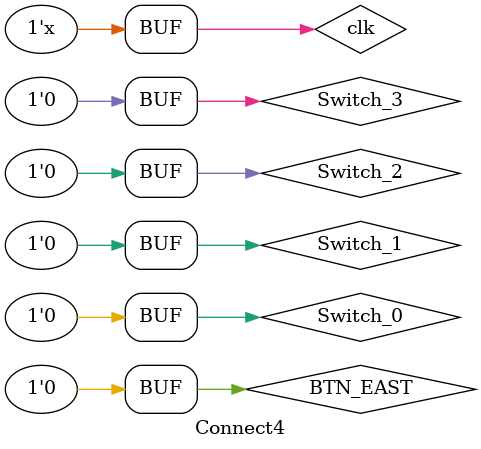
<source format=v>
`timescale 1ns / 1ps


module Connect4;

	// Inputs
	reg clk;
	reg BTN_EAST;
	reg Switch_0;
	reg Switch_1;
	reg Switch_2;
	reg Switch_3;
	//reg [1:0]state;

	// Outputs
	wire pin_0;
	wire pin_1;
	wire pin_2;
	wire pin_3;
	wire pin_4;
	wire pin_5;
	wire pin_6;
	wire pin_7;
	
	
	wire [15:0]gameboard_out;
	
	
	// Instantiate the Unit Under Test (UUT)
	connect4_top uut (
		 .clk(clk),
		.BTN_EAST(BTN_EAST),
		.Switch_0(Switch_0),
		.Switch_1(Switch_1),
		.Switch_2(Switch_2),
		.Switch_3(Switch_3),
		.pin_0(pin_0), 
		.pin_1(pin_1), 
		.pin_2(pin_2), 
		.pin_3(pin_3), 
		.pin_4(pin_4), 
		.pin_5(pin_5), 
		.pin_6(pin_6), 
		.pin_7(pin_7),
		//.state(state),
		.gameboard_out(gameboard_out)
	);

	initial begin
		// Initialize Inputs
		clk = 0;
		Switch_0 = 0;
		Switch_1 = 0;
		Switch_2 = 0;
		Switch_3 = 0;
		BTN_EAST = 0;
		
		
		// Wait 100 ns for global reset to finish
		#100;
		//Switch_0 = 1;
		BTN_EAST = 0;
		//BTN_EAST = 0;
		
//		Switch_0 = 0;
//		Switch_1 = 1;
//		BTN_EAST = 1;
		
		// Add stimulus here
	end
	
	always begin
		#10 clk = !clk;
	end
      
endmodule


</source>
